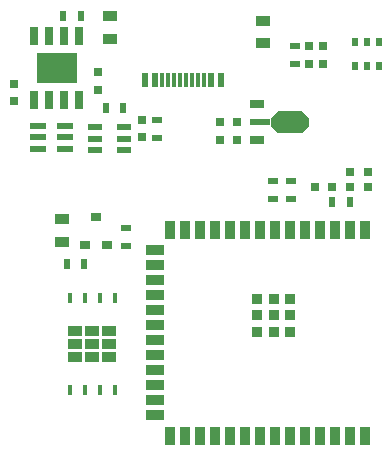
<source format=gbr>
%TF.GenerationSoftware,Altium Limited,Altium Designer,24.5.1 (21)*%
G04 Layer_Color=8421504*
%FSLAX45Y45*%
%MOMM*%
%TF.SameCoordinates,E68DD472-6E3C-4E28-875F-C7B5402E02A7*%
%TF.FilePolarity,Positive*%
%TF.FileFunction,Paste,Top*%
%TF.Part,Single*%
G01*
G75*
%TA.AperFunction,SMDPad,CuDef*%
%ADD10R,0.40000X0.95000*%
%ADD12R,0.70000X1.52500*%
%ADD13R,3.40200X2.51300*%
%TA.AperFunction,ConnectorPad*%
%ADD14R,0.30000X1.15000*%
%ADD15R,0.60000X1.15000*%
%TA.AperFunction,SMDPad,CuDef*%
%ADD16R,0.80000X0.80000*%
%ADD17R,1.30000X0.70000*%
%ADD18R,1.80000X0.60000*%
%ADD21R,0.80000X0.80000*%
%ADD23R,0.50000X0.80000*%
%TA.AperFunction,BGAPad,CuDef*%
%ADD24R,0.90000X0.90000*%
%TA.AperFunction,ConnectorPad*%
%ADD25R,0.90000X1.50000*%
%ADD26R,1.50000X0.90000*%
%TA.AperFunction,SMDPad,CuDef*%
%ADD27R,1.40000X0.60000*%
%ADD28R,0.90000X0.80000*%
%ADD29R,1.20000X0.60000*%
%TA.AperFunction,NonConductor*%
%ADD74R,1.23000X0.93000*%
%TA.AperFunction,SMDPad,CuDef*%
%ADD75R,0.54390X0.84390*%
%ADD76R,1.26041X0.91041*%
%ADD77R,0.84390X0.54390*%
G36*
X15925000Y9080000D02*
Y9020000D01*
X15864999Y8960000D01*
X15664999D01*
X15605000Y9020000D01*
Y9080000D01*
X15664999Y9140000D01*
X15864999D01*
X15925000Y9080000D01*
D02*
G37*
D10*
X13899500Y6783000D02*
D03*
X14026500D02*
D03*
X14153500D02*
D03*
X14280499D02*
D03*
X13899500Y7557000D02*
D03*
X14026500D02*
D03*
X14153500D02*
D03*
X14280499D02*
D03*
D12*
X13980499Y9781200D02*
D03*
X13853500D02*
D03*
X13726500D02*
D03*
X13599500D02*
D03*
Y9238800D02*
D03*
X13726500D02*
D03*
X13853500D02*
D03*
X13980499D02*
D03*
D13*
X13789999Y9510000D02*
D03*
D14*
X14885001Y9407500D02*
D03*
X14685001D02*
D03*
X14735001D02*
D03*
X14785001D02*
D03*
X14835001D02*
D03*
X15035001D02*
D03*
X14985001D02*
D03*
X14935001D02*
D03*
D15*
X14539999D02*
D03*
X14620000D02*
D03*
X15100000D02*
D03*
X15180000D02*
D03*
D16*
X15171300Y9048500D02*
D03*
X15321300D02*
D03*
X15171300Y8898500D02*
D03*
X15321300D02*
D03*
X16425000Y8500000D02*
D03*
X16275000D02*
D03*
X16425000Y8625000D02*
D03*
X16275000D02*
D03*
X15975000Y8500000D02*
D03*
X16125000D02*
D03*
D17*
X15489999Y9200000D02*
D03*
Y8900000D02*
D03*
D18*
X15514999Y9050000D02*
D03*
D21*
X13430000Y9375000D02*
D03*
Y9225000D02*
D03*
X14139999Y9474999D02*
D03*
Y9324999D02*
D03*
X16050000Y9545000D02*
D03*
Y9695000D02*
D03*
X15930000Y9545000D02*
D03*
Y9695000D02*
D03*
X14514999Y9070000D02*
D03*
Y8920000D02*
D03*
D23*
X16520000Y9525000D02*
D03*
X16420000D02*
D03*
X16320000D02*
D03*
Y9725000D02*
D03*
X16420000D02*
D03*
X16520000D02*
D03*
D24*
X15769000Y7274400D02*
D03*
X15628999D02*
D03*
X15489000D02*
D03*
Y7414400D02*
D03*
Y7554400D02*
D03*
X15628999D02*
D03*
X15769000D02*
D03*
Y7414400D02*
D03*
X15628999D02*
D03*
D25*
X16400999Y6389400D02*
D03*
X16274001D02*
D03*
X16147000D02*
D03*
X16020000D02*
D03*
X15892999D02*
D03*
X15766000D02*
D03*
X15639000D02*
D03*
X15512000D02*
D03*
X15385001D02*
D03*
X15258000D02*
D03*
X15131000D02*
D03*
X15003999D02*
D03*
X14877000D02*
D03*
X14750000D02*
D03*
Y8139400D02*
D03*
X14877000D02*
D03*
X15003999D02*
D03*
X15131000D02*
D03*
X15258000D02*
D03*
X15385001D02*
D03*
X15512000D02*
D03*
X15639000D02*
D03*
X15766000D02*
D03*
X15892999D02*
D03*
X16020000D02*
D03*
X16147000D02*
D03*
X16274001D02*
D03*
X16400999D02*
D03*
D26*
X14625000Y6565900D02*
D03*
Y6692900D02*
D03*
Y6819900D02*
D03*
Y6946900D02*
D03*
Y7073900D02*
D03*
Y7200900D02*
D03*
Y7327900D02*
D03*
Y7454900D02*
D03*
Y7581900D02*
D03*
Y7708900D02*
D03*
Y7835900D02*
D03*
Y7962900D02*
D03*
D27*
X13630000Y9015000D02*
D03*
Y8920000D02*
D03*
Y8825000D02*
D03*
X13860001Y9015000D02*
D03*
Y8920000D02*
D03*
Y8825000D02*
D03*
D28*
X14030000Y8005000D02*
D03*
X14220000D02*
D03*
X14125000Y8245000D02*
D03*
D29*
X14114999Y9005000D02*
D03*
Y8910000D02*
D03*
Y8815000D02*
D03*
X14364999D02*
D03*
Y8910000D02*
D03*
Y9005000D02*
D03*
D74*
X13947003Y7056999D02*
D03*
X14090002D02*
D03*
X14233003D02*
D03*
X13947003Y7169999D02*
D03*
X14090002D02*
D03*
X14233003D02*
D03*
X13947003Y7282999D02*
D03*
X14090002D02*
D03*
X14233003D02*
D03*
D75*
X13845000Y9950000D02*
D03*
X13995000D02*
D03*
X14205000Y9170000D02*
D03*
X14355000D02*
D03*
X14025000Y7850000D02*
D03*
X13875000D02*
D03*
X16275000Y8375000D02*
D03*
X16125000D02*
D03*
D76*
X14239999Y9755000D02*
D03*
Y9945000D02*
D03*
X13839999Y8035000D02*
D03*
Y8225000D02*
D03*
X15539999Y9715000D02*
D03*
Y9905000D02*
D03*
D77*
X14639999Y9065000D02*
D03*
Y8915000D02*
D03*
X15775000Y8550000D02*
D03*
Y8400000D02*
D03*
X15625000Y8550000D02*
D03*
Y8400000D02*
D03*
X15810001Y9695000D02*
D03*
Y9545000D02*
D03*
X14375000Y8000000D02*
D03*
Y8150000D02*
D03*
%TF.MD5,68b864269c550d5ad16f1c1b191b884c*%
M02*

</source>
